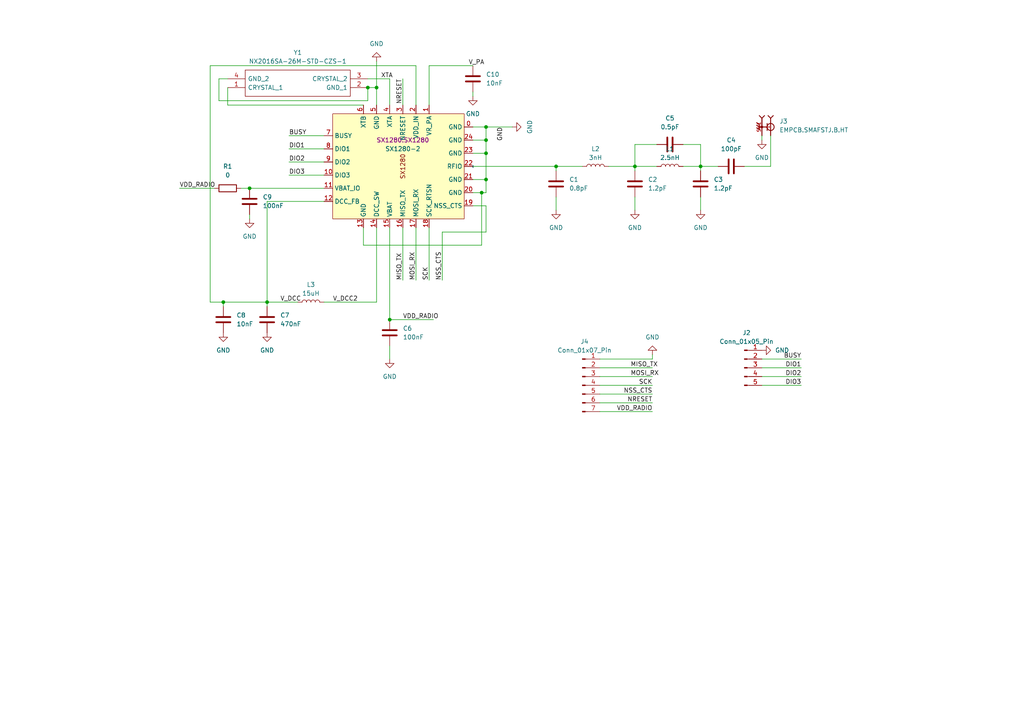
<source format=kicad_sch>
(kicad_sch (version 20230121) (generator eeschema)
  (paper "A4")
  (lib_symbols
    (symbol "Connector:Conn_01x05_Pin" (pin_names (offset 1.016) hide)
      (property "Reference" "J" (at 0 7.62 0))
      (property "Value" "Conn_01x05_Pin" (at 0 -7.62 0))
      (symbol "Conn_01x05_Pin_1_1"
        (polyline (pts (xy 1.27 -5.08) (xy 0.8636 -5.08)) (stroke (width 0.1524)))
        (polyline (pts (xy 1.27 -2.54) (xy 0.8636 -2.54)) (stroke (width 0.1524)))
        (polyline (pts (xy 1.27 0) (xy 0.8636 0)) (stroke (width 0.1524)))
        (polyline (pts (xy 1.27 2.54) (xy 0.8636 2.54)) (stroke (width 0.1524)))
        (polyline (pts (xy 1.27 5.08) (xy 0.8636 5.08)) (stroke (width 0.1524)))
        (rectangle (start 0.8636 -4.953) (end 0 -5.207) (stroke (width 0.1524)) (fill (type outline)))
        (rectangle (start 0.8636 -2.413) (end 0 -2.667) (stroke (width 0.1524)) (fill (type outline)))
        (rectangle (start 0.8636 0.127) (end 0 -0.127) (stroke (width 0.1524)) (fill (type outline)))
        (rectangle (start 0.8636 2.667) (end 0 2.413) (stroke (width 0.1524)) (fill (type outline)))
        (rectangle (start 0.8636 5.207) (end 0 4.953) (stroke (width 0.1524)) (fill (type outline)))
        (pin passive line (at 5.08 5.08 180) (length 3.81) (name "Pin_1") (number "1"))
        (pin passive line (at 5.08 2.54 180) (length 3.81) (name "Pin_2") (number "2"))
        (pin passive line (at 5.08 0 180) (length 3.81) (name "Pin_3") (number "3"))
        (pin passive line (at 5.08 -2.54 180) (length 3.81) (name "Pin_4") (number "4"))
        (pin passive line (at 5.08 -5.08 180) (length 3.81) (name "Pin_5") (number "5"))
      )
    )
    (symbol "Connector:Conn_01x07_Pin" (pin_names (offset 1.016) hide)
      (property "Reference" "J" (at 0 10.16 0))
      (property "Value" "Conn_01x07_Pin" (at 0 -10.16 0))
      (symbol "Conn_01x07_Pin_1_1"
        (polyline (pts (xy 1.27 -7.62) (xy 0.8636 -7.62)) (stroke (width 0.1524)))
        (polyline (pts (xy 1.27 -5.08) (xy 0.8636 -5.08)) (stroke (width 0.1524)))
        (polyline (pts (xy 1.27 -2.54) (xy 0.8636 -2.54)) (stroke (width 0.1524)))
        (polyline (pts (xy 1.27 0) (xy 0.8636 0)) (stroke (width 0.1524)))
        (polyline (pts (xy 1.27 2.54) (xy 0.8636 2.54)) (stroke (width 0.1524)))
        (polyline (pts (xy 1.27 5.08) (xy 0.8636 5.08)) (stroke (width 0.1524)))
        (polyline (pts (xy 1.27 7.62) (xy 0.8636 7.62)) (stroke (width 0.1524)))
        (rectangle (start 0.8636 -7.493) (end 0 -7.747) (stroke (width 0.1524)) (fill (type outline)))
        (rectangle (start 0.8636 -4.953) (end 0 -5.207) (stroke (width 0.1524)) (fill (type outline)))
        (rectangle (start 0.8636 -2.413) (end 0 -2.667) (stroke (width 0.1524)) (fill (type outline)))
        (rectangle (start 0.8636 0.127) (end 0 -0.127) (stroke (width 0.1524)) (fill (type outline)))
        (rectangle (start 0.8636 2.667) (end 0 2.413) (stroke (width 0.1524)) (fill (type outline)))
        (rectangle (start 0.8636 5.207) (end 0 4.953) (stroke (width 0.1524)) (fill (type outline)))
        (rectangle (start 0.8636 7.747) (end 0 7.493) (stroke (width 0.1524)) (fill (type outline)))
        (pin passive line (at 5.08 7.62 180) (length 3.81) (name "Pin_1") (number "1"))
        (pin passive line (at 5.08 5.08 180) (length 3.81) (name "Pin_2") (number "2"))
        (pin passive line (at 5.08 2.54 180) (length 3.81) (name "Pin_3") (number "3"))
        (pin passive line (at 5.08 0 180) (length 3.81) (name "Pin_4") (number "4"))
        (pin passive line (at 5.08 -2.54 180) (length 3.81) (name "Pin_5") (number "5"))
        (pin passive line (at 5.08 -5.08 180) (length 3.81) (name "Pin_6") (number "6"))
        (pin passive line (at 5.08 -7.62 180) (length 3.81) (name "Pin_7") (number "7"))
      )
    )
    (symbol "Device:C" (pin_numbers hide) (pin_names (offset 0.254))
      (property "Reference" "C" (at 0.635 2.54 0))
      (property "Value" "C" (at 0.635 -2.54 0))
      (symbol "C_0_1"
        (polyline (pts (xy -2.032 -0.762) (xy 2.032 -0.762)) (stroke (width 0.508)))
        (polyline (pts (xy -2.032 0.762) (xy 2.032 0.762)) (stroke (width 0.508)))
      )
      (symbol "C_1_1"
        (pin passive line (at 0 3.81 270) (length 2.794) (name "~") (number "1"))
        (pin passive line (at 0 -3.81 90) (length 2.794) (name "~") (number "2"))
      )
    )
    (symbol "Device:L" (pin_numbers hide) (pin_names (offset 1.016) hide)
      (property "Reference" "L" (at -1.27 0 90))
      (property "Value" "L" (at 1.905 0 90))
      (symbol "L_0_1"
        (arc (start 0 -2.54) (mid 0.6323 -1.905) (end 0 -1.27))
        (arc (start 0 -1.27) (mid 0.6323 -0.635) (end 0 0))
        (arc (start 0 0) (mid 0.6323 0.635) (end 0 1.27))
        (arc (start 0 1.27) (mid 0.6323 1.905) (end 0 2.54))
      )
      (symbol "L_1_1"
        (pin passive line (at 0 3.81 270) (length 1.27) (name "1") (number "1"))
        (pin passive line (at 0 -3.81 90) (length 1.27) (name "2") (number "2"))
      )
    )
    (symbol "Device:R" (pin_numbers hide) (pin_names (offset 0))
      (property "Reference" "R" (at 2.032 0 90))
      (property "Value" "R" (at 0 0 90))
      (symbol "R_0_1"
        (rectangle (start -1.016 -2.54) (end 1.016 2.54) (stroke (width 0.254)))
      )
      (symbol "R_1_1"
        (pin passive line (at 0 3.81 270) (length 1.27) (name "~") (number "1"))
        (pin passive line (at 0 -3.81 90) (length 1.27) (name "~") (number "2"))
      )
    )
    (symbol "EMPCB.SMAFSTJ.B.HT:EMPCB.SMAFSTJ.B.HT" (pin_names (offset 1.016))
      (property "Reference" "J" (at -3.8103 4.0644 0))
      (property "Value" "EMPCB.SMAFSTJ.B.HT" (at -4.067 -4.3211 0))
      (symbol "EMPCB.SMAFSTJ.B.HT_0_0"
        (polyline (pts (xy -3.302 -0.762) (xy -2.54 0)) (stroke (width 0.254)))
        (polyline (pts (xy -3.302 0.762) (xy -2.54 0)) (stroke (width 0.254)))
        (polyline (pts (xy -3.302 1.778) (xy -2.54 2.54)) (stroke (width 0.254)))
        (polyline (pts (xy -3.302 3.302) (xy -2.54 2.54)) (stroke (width 0.254)))
        (polyline (pts (xy -2.54 0) (xy 0 0)) (stroke (width 0.254)))
        (polyline (pts (xy -2.54 2.54) (xy 2.54 2.54)) (stroke (width 0.254)))
        (polyline (pts (xy -1.016 1.524) (xy 0 1.524)) (stroke (width 0.254)))
        (polyline (pts (xy -0.762 -0.762) (xy -1.27 -1.524)) (stroke (width 0.254)))
        (polyline (pts (xy 0 -0.762) (xy -0.762 -0.762)) (stroke (width 0.254)))
        (polyline (pts (xy 0 -0.762) (xy -0.508 -1.524)) (stroke (width 0.254)))
        (polyline (pts (xy 0 -0.762) (xy 0.762 -0.762)) (stroke (width 0.254)))
        (polyline (pts (xy 0 0) (xy -2.286 0)) (stroke (width 0.254)))
        (polyline (pts (xy 0 0) (xy 0 -0.762)) (stroke (width 0.254)))
        (polyline (pts (xy 0 1.524) (xy 0 0)) (stroke (width 0.254)))
        (polyline (pts (xy 0 1.524) (xy 1.016 1.524)) (stroke (width 0.254)))
        (polyline (pts (xy 0.762 -0.762) (xy 0.254 -1.524)) (stroke (width 0.254)))
        (polyline (pts (xy 2.54 0) (xy 0 0)) (stroke (width 0.254)))
        (circle (center 0 0) (radius 0.254) (stroke (width 0.254)))
        (circle (center 0 2.54) (radius 1.016) (stroke (width 0.254)))
        (pin passive line (at 2.54 2.54 180) (length 5.08) (name "~") (number "1"))
        (pin passive line (at 2.54 0 180) (length 5.08) (name "~") (number "SH1"))
      )
    )
    (symbol "NX2016SA-26M-STD-CZS-1:NX2016SA-26M-STD-CZS-1" (pin_names (offset 0.762))
      (property "Reference" "Y" (at 36.83 7.62 0))
      (property "Value" "NX2016SA-26M-STD-CZS-1" (at 36.83 5.08 0))
      (symbol "NX2016SA-26M-STD-CZS-1_0_0"
        (pin passive line (at 0 -2.54 0) (length 5.08) (name "CRYSTAL_1") (number "1"))
        (pin passive line (at 40.64 -2.54 180) (length 5.08) (name "GND_1") (number "2"))
        (pin passive line (at 40.64 0 180) (length 5.08) (name "CRYSTAL_2") (number "3"))
        (pin passive line (at 0 0 0) (length 5.08) (name "GND_2") (number "4"))
      )
      (symbol "NX2016SA-26M-STD-CZS-1_0_1"
        (polyline (pts (xy 5.08 2.54) (xy 35.56 2.54) (xy 35.56 -5.08) (xy 5.08 -5.08) (xy 5.08 2.54)) (stroke (width 0.1524)))
      )
    )
    (symbol "SX1280_3"
      (property "Reference" "SX1280-" (at 0 13.97 0))
      (property "Footprint" "SX1280:SX1280" (at 0 2.54 0))
      (symbol "SX1280_3_1_1"
        (rectangle (start -15.24 0) (end 15.24 -38.1) (fill (type background)))
        (text "SX1280\n" (at 0 -17.78 0) (effects (font (size 1.27 1.27))))
        (pin bidirectional line (at -11.43 2.54 270) (length 2.54) (name "GND") (number "0"))
        (pin bidirectional line (at -17.78 -10.16 0) (length 2.54) (name "VR_PA") (number "1"))
        (pin bidirectional line (at 2.54 -40.64 90) (length 2.54) (name "DIO3") (number "10"))
        (pin input line (at 6.35 -40.64 90) (length 2.54) (name "VBAT_IO") (number "11"))
        (pin output line (at 10.16 -40.64 90) (length 2.54) (name "DCC_FB") (number "12"))
        (pin bidirectional line (at 17.78 -29.21 180) (length 2.54) (name "GND") (number "13"))
        (pin input line (at 17.78 -25.4 180) (length 2.54) (name "DCC_SW") (number "14"))
        (pin input line (at 17.78 -21.59 180) (length 2.54) (name "VBAT") (number "15"))
        (pin input line (at 17.78 -17.78 180) (length 2.54) (name "MISO_TX") (number "16"))
        (pin input line (at 17.78 -13.97 180) (length 2.54) (name "MOSI_RX") (number "17"))
        (pin input line (at 17.78 -10.16 180) (length 2.54) (name "SCK_RTSN") (number "18"))
        (pin input line (at 11.43 2.54 270) (length 2.54) (name "NSS_CTS") (number "19"))
        (pin input line (at -17.78 -13.97 0) (length 2.54) (name "VDD_IN") (number "2"))
        (pin bidirectional line (at 7.62 2.54 270) (length 2.54) (name "GND") (number "20"))
        (pin bidirectional line (at 3.81 2.54 270) (length 2.54) (name "GND") (number "21"))
        (pin bidirectional line (at 0 2.54 270) (length 2.54) (name "RFIO") (number "22"))
        (pin bidirectional line (at -3.81 2.54 270) (length 2.54) (name "GND") (number "23"))
        (pin bidirectional line (at -7.62 2.54 270) (length 2.54) (name "GND") (number "24"))
        (pin input line (at -17.78 -17.78 0) (length 2.54) (name "NRESET") (number "3"))
        (pin bidirectional line (at -17.78 -21.59 0) (length 2.54) (name "XTA") (number "4"))
        (pin bidirectional line (at -17.78 -25.4 0) (length 2.54) (name "GND") (number "5"))
        (pin bidirectional line (at -17.78 -29.21 0) (length 2.54) (name "XTB") (number "6"))
        (pin output line (at -8.89 -40.64 90) (length 2.54) (name "BUSY") (number "7"))
        (pin bidirectional line (at -5.08 -40.64 90) (length 2.54) (name "DIO1") (number "8"))
        (pin bidirectional line (at -1.27 -40.64 90) (length 2.54) (name "DIO2") (number "9"))
      )
    )
    (symbol "power:GND" (power) (pin_names (offset 0))
      (property "Value" "GND" (at 0 -3.81 0))
      (symbol "GND_0_1"
        (polyline (pts (xy 0 0) (xy 0 -1.27) (xy 1.27 -1.27) (xy 0 -2.54) (xy -1.27 -1.27) (xy 0 -1.27)))
      )
      (symbol "GND_1_1"
        (pin power_in line (at 0 0 270) (length 0) hide (name "GND") (number "1"))
      )
    )
  )
  (junction (at 140.97 44.45))
  (junction (at 77.47 87.63))
  (junction (at 72.39 54.61))
  (junction (at 140.97 36.83))
  (junction (at 64.77 87.63))
  (junction (at 109.22 25.4))
  (junction (at 140.97 40.64))
  (junction (at 113.03 92.71))
  (junction (at 139.7 55.88))
  (junction (at 161.29 48.26))
  (junction (at 203.2 48.26))
  (junction (at 106.68 25.4))
  (junction (at 140.97 52.07))
  (junction (at 184.15 48.26))
  (wire (pts (xy 220.98 39.37) (xy 220.98 40.64)))
  (wire (pts (xy 173.99 114.3) (xy 189.23 114.3)))
  (wire (pts (xy 83.82 43.18) (xy 93.98 43.18)))
  (wire (pts (xy 140.97 36.83) (xy 140.97 40.64)))
  (wire (pts (xy 83.82 50.8) (xy 93.98 50.8)))
  (wire (pts (xy 137.16 26.67) (xy 137.16 27.94)))
  (wire (pts (xy 105.41 66.04) (xy 105.41 71.12)))
  (wire (pts (xy 128.27 67.31) (xy 128.27 81.28)))
  (wire (pts (xy 66.04 30.48) (xy 105.41 30.48)))
  (wire (pts (xy 69.85 54.61) (xy 72.39 54.61)))
  (wire (pts (xy 120.65 66.04) (xy 120.65 81.28)))
  (wire (pts (xy 184.15 48.26) (xy 190.5 48.26)))
  (wire (pts (xy 64.77 87.63) (xy 60.96 87.63)))
  (wire (pts (xy 223.52 39.37) (xy 223.52 48.26)))
  (wire (pts (xy 72.39 54.61) (xy 93.98 54.61)))
  (wire (pts (xy 60.96 19.05) (xy 120.65 19.05)))
  (wire (pts (xy 184.15 48.26) (xy 184.15 49.53)))
  (wire (pts (xy 198.12 41.91) (xy 203.2 41.91)))
  (wire (pts (xy 140.97 55.88) (xy 140.97 52.07)))
  (wire (pts (xy 168.91 48.26) (xy 161.29 48.26)))
  (wire (pts (xy 77.47 58.42) (xy 77.47 87.63)))
  (wire (pts (xy 140.97 44.45) (xy 137.16 44.45)))
  (wire (pts (xy 161.29 48.26) (xy 161.29 49.53)))
  (wire (pts (xy 52.07 54.61) (xy 62.23 54.61)))
  (wire (pts (xy 83.82 39.37) (xy 93.98 39.37)))
  (wire (pts (xy 124.46 30.48) (xy 124.46 19.05)))
  (wire (pts (xy 113.03 100.33) (xy 113.03 104.14)))
  (wire (pts (xy 93.98 58.42) (xy 77.47 58.42)))
  (wire (pts (xy 116.84 66.04) (xy 116.84 81.28)))
  (wire (pts (xy 190.5 41.91) (xy 184.15 41.91)))
  (wire (pts (xy 66.04 25.4) (xy 66.04 30.48)))
  (wire (pts (xy 203.2 57.15) (xy 203.2 60.96)))
  (wire (pts (xy 184.15 41.91) (xy 184.15 48.26)))
  (wire (pts (xy 113.03 30.48) (xy 113.03 22.86)))
  (wire (pts (xy 139.7 71.12) (xy 139.7 55.88)))
  (wire (pts (xy 215.9 48.26) (xy 223.52 48.26)))
  (wire (pts (xy 77.47 87.63) (xy 77.47 88.9)))
  (wire (pts (xy 173.99 119.38) (xy 189.23 119.38)))
  (wire (pts (xy 203.2 41.91) (xy 203.2 48.26)))
  (wire (pts (xy 72.39 62.23) (xy 72.39 63.5)))
  (wire (pts (xy 124.46 66.04) (xy 124.46 81.28)))
  (wire (pts (xy 106.68 29.21) (xy 106.68 25.4)))
  (wire (pts (xy 137.16 48.26) (xy 161.29 48.26)))
  (wire (pts (xy 184.15 57.15) (xy 184.15 60.96)))
  (wire (pts (xy 137.16 52.07) (xy 140.97 52.07)))
  (wire (pts (xy 120.65 19.05) (xy 120.65 30.48)))
  (wire (pts (xy 140.97 40.64) (xy 137.16 40.64)))
  (wire (pts (xy 124.46 19.05) (xy 137.16 19.05)))
  (wire (pts (xy 64.77 87.63) (xy 64.77 88.9)))
  (wire (pts (xy 140.97 67.31) (xy 128.27 67.31)))
  (wire (pts (xy 176.53 48.26) (xy 184.15 48.26)))
  (wire (pts (xy 220.98 109.22) (xy 232.41 109.22)))
  (wire (pts (xy 140.97 59.69) (xy 140.97 67.31)))
  (wire (pts (xy 113.03 66.04) (xy 113.03 92.71)))
  (wire (pts (xy 83.82 46.99) (xy 93.98 46.99)))
  (wire (pts (xy 116.84 22.86) (xy 116.84 30.48)))
  (wire (pts (xy 161.29 57.15) (xy 161.29 60.96)))
  (wire (pts (xy 63.5 29.21) (xy 106.68 29.21)))
  (wire (pts (xy 77.47 87.63) (xy 86.36 87.63)))
  (wire (pts (xy 113.03 92.71) (xy 125.73 92.71)))
  (wire (pts (xy 106.68 25.4) (xy 109.22 25.4)))
  (wire (pts (xy 220.98 111.76) (xy 232.41 111.76)))
  (wire (pts (xy 109.22 66.04) (xy 109.22 87.63)))
  (wire (pts (xy 60.96 87.63) (xy 60.96 19.05)))
  (wire (pts (xy 105.41 71.12) (xy 139.7 71.12)))
  (wire (pts (xy 203.2 48.26) (xy 208.28 48.26)))
  (wire (pts (xy 63.5 22.86) (xy 63.5 29.21)))
  (wire (pts (xy 109.22 87.63) (xy 93.98 87.63)))
  (wire (pts (xy 140.97 36.83) (xy 137.16 36.83)))
  (wire (pts (xy 137.16 59.69) (xy 140.97 59.69)))
  (wire (pts (xy 189.23 102.87) (xy 189.23 104.14)))
  (wire (pts (xy 140.97 40.64) (xy 140.97 44.45)))
  (wire (pts (xy 64.77 87.63) (xy 77.47 87.63)))
  (wire (pts (xy 109.22 17.78) (xy 109.22 25.4)))
  (wire (pts (xy 148.59 36.83) (xy 140.97 36.83)))
  (wire (pts (xy 173.99 104.14) (xy 189.23 104.14)))
  (wire (pts (xy 220.98 106.68) (xy 232.41 106.68)))
  (wire (pts (xy 198.12 48.26) (xy 203.2 48.26)))
  (wire (pts (xy 173.99 111.76) (xy 189.23 111.76)))
  (wire (pts (xy 137.16 55.88) (xy 139.7 55.88)))
  (wire (pts (xy 220.98 104.14) (xy 232.41 104.14)))
  (wire (pts (xy 203.2 48.26) (xy 203.2 49.53)))
  (wire (pts (xy 113.03 22.86) (xy 106.68 22.86)))
  (wire (pts (xy 140.97 52.07) (xy 140.97 44.45)))
  (wire (pts (xy 173.99 106.68) (xy 189.23 106.68)))
  (wire (pts (xy 173.99 109.22) (xy 189.23 109.22)))
  (wire (pts (xy 109.22 25.4) (xy 109.22 30.48)))
  (wire (pts (xy 139.7 55.88) (xy 140.97 55.88)))
  (wire (pts (xy 173.99 116.84) (xy 189.23 116.84)))
  (wire (pts (xy 66.04 22.86) (xy 63.5 22.86)))
  (label "BUSY" (at 232.41 104.14 180))
  (label "V_PA" (at 135.89 19.05 0))
  (label "NSS_CTS" (at 189.23 114.3 180))
  (label "NRESET" (at 189.23 116.84 180))
  (label "DIO3" (at 232.41 111.76 180))
  (label "V_DCC2" (at 96.52 87.63 0))
  (label "DIO2" (at 232.41 109.22 180))
  (label "MISO_TX" (at 116.84 81.28 90))
  (label "SCK" (at 124.46 81.28 90))
  (label "MISO_TX" (at 182.88 106.68 0))
  (label "VDD_RADIO" (at 116.84 92.71 0))
  (label "DIO2" (at 83.82 46.99 0))
  (label "BUSY" (at 83.82 39.37 0))
  (label "DIO1" (at 232.41 106.68 180))
  (label "DIO3" (at 83.82 50.8 0))
  (label "MOSI_RX" (at 120.65 81.28 90))
  (label "XTA" (at 110.49 22.86 0))
  (label "DIO1" (at 83.82 43.18 0))
  (label "GND" (at 146.05 36.83 270))
  (label "V_DCC" (at 81.28 87.63 0))
  (label "VDD_RADIO" (at 52.07 54.61 0))
  (label "NRESET" (at 116.84 22.86 270))
  (label "MOSI_RX" (at 182.88 109.22 0))
  (label "VDD_RADIO" (at 189.23 119.38 180))
  (label "SCK" (at 189.23 111.76 180))
  (label "NSS_CTS" (at 128.27 81.28 90))
  (symbol (lib_id "Device:C") (at 203.2 53.34 0) (unit 1)
    (property "Reference" "C3" (at 207.01 52.07 0) (effects (justify left)))
    (property "Value" "1.2pF" (at 207.01 54.61 0) (effects (justify left)))
    (property "Footprint" "Capacitor_SMD:C_0402_1005Metric" (effects hide))
  )
  (symbol (lib_id "Device:C") (at 212.09 48.26 90) (unit 1)
    (property "Reference" "C4" (at 212.09 40.64 90))
    (property "Value" "100pF" (at 212.09 43.18 90))
    (property "Footprint" "Capacitor_SMD:C_0402_1005Metric" (effects hide))
  )
  (symbol (lib_id "power:GND") (at 184.15 60.96 0) (unit 1)
    (property "Reference" "#PWR03" (effects hide))
    (property "Value" "GND" (at 184.15 66.04 0))
  )
  (symbol (lib_id "power:GND") (at 148.59 36.83 90) (unit 1)
    (property "Reference" "#PWR01" (effects hide))
    (property "Value" "GND" (at 153.67 36.83 0))
  )
  (symbol (lib_id "Device:C") (at 184.15 53.34 0) (unit 1)
    (property "Reference" "C2" (at 187.96 52.07 0) (effects (justify left)))
    (property "Value" "1.2pF" (at 187.96 54.61 0) (effects (justify left)))
    (property "Footprint" "Capacitor_SMD:C_0402_1005Metric" (effects hide))
  )
  (symbol (lib_id "Device:C") (at 137.16 22.86 0) (unit 1)
    (property "Reference" "C10" (at 140.97 21.59 0) (effects (justify left)))
    (property "Value" "10nF" (at 140.97 24.13 0) (effects (justify left)))
    (property "Footprint" "Capacitor_SMD:C_0402_1005Metric" (effects hide))
  )
  (symbol (lib_id "power:GND") (at 137.16 27.94 0) (unit 1)
    (property "Reference" "#PWR09" (effects hide))
    (property "Value" "GND" (at 137.16 33.02 0))
  )
  (symbol (lib_id "NX2016SA-26M-STD-CZS-1:NX2016SA-26M-STD-CZS-1") (at 66.04 22.86 0) (unit 1)
    (property "Reference" "Y1" (at 86.36 15.24 0))
    (property "Value" "NX2016SA-26M-STD-CZS-1" (at 86.36 17.78 0))
    (property "Footprint" "NX2016SA26MSTDCZS1" (effects hide))
    (property "Datasheet" "https://www.mouser.in/datasheet/2/905/c_NX2016SA_STD_CZS_1_e-1387356.pdf" (effects hide))
    (property "Description" "NDK 26MHz Crystal Unit +/-15ppm SMD 4-Pin 2 x 1.6 x 0.45mm" (effects hide))
    (property "Height" "0.5" (effects hide))
    (property "Mouser Part Number" "344-NX2016SA26MSTZS1" (effects hide))
    (property "Mouser Price/Stock" "https://www.mouser.co.uk/ProductDetail/NDK/NX2016SA-26M-STD-CZS-1?qs=w%2Fv1CP2dgqrS4nh%252B37d6Xg%3D%3D" (effects hide))
    (property "Manufacturer_Name" "NDK" (effects hide))
    (property "Manufacturer_Part_Number" "NX2016SA-26M-STD-CZS-1" (effects hide))
  )
  (symbol (lib_id "Device:C") (at 72.39 58.42 0) (unit 1)
    (property "Reference" "C9" (at 76.2 57.15 0) (effects (justify left)))
    (property "Value" "100nF" (at 76.2 59.69 0) (effects (justify left)))
    (property "Footprint" "Capacitor_SMD:C_0402_1005Metric" (effects hide))
  )
  (symbol (lib_name "SX1280_3") (lib_id "RF_SX1280:SX1280") (at 134.62 48.26 270) (unit 1)
    (property "Reference" "SX1280-2" (at 116.84 43.18 90))
    (property "Value" "~" (at 137.16 48.26 0))
    (property "Footprint" "SX1280:SX1280" (at 116.84 40.64 90))
    (property "Datasheet" "https://www.tme.eu/Document/1042f35a88b6ee421559d19923804032/SX128x.pdf" (effects hide))
  )
  (symbol (lib_id "power:GND") (at 161.29 60.96 0) (unit 1)
    (property "Reference" "#PWR02" (effects hide))
    (property "Value" "GND" (at 161.29 66.04 0))
  )
  (symbol (lib_id "power:GND") (at 109.22 17.78 180) (unit 1)
    (property "Reference" "#PWR010" (effects hide))
    (property "Value" "GND" (at 109.22 12.7 0))
  )
  (symbol (lib_id "Device:C") (at 194.31 41.91 90) (unit 1)
    (property "Reference" "C5" (at 194.31 34.29 90))
    (property "Value" "0.5pF" (at 194.31 36.83 90))
    (property "Footprint" "Capacitor_SMD:C_0402_1005Metric" (effects hide))
  )
  (symbol (lib_id "power:GND") (at 220.98 40.64 0) (unit 1)
    (property "Reference" "#PWR011" (effects hide))
    (property "Value" "GND" (at 220.98 45.72 0))
  )
  (symbol (lib_id "Device:R") (at 66.04 54.61 90) (unit 1)
    (property "Reference" "R1" (at 66.04 48.26 90))
    (property "Value" "0" (at 66.04 50.8 90))
    (property "Footprint" "Resistor_SMD:R_0402_1005Metric" (effects hide))
  )
  (symbol (lib_id "Device:L") (at 172.72 48.26 90) (unit 1)
    (property "Reference" "L2" (at 172.72 43.18 90))
    (property "Value" "3nH" (at 172.72 45.72 90))
    (property "Footprint" "Inductor_SMD:L_0402_1005Metric" (effects hide))
  )
  (symbol (lib_id "power:GND") (at 220.98 101.6 90) (unit 1)
    (property "Reference" "#PWR014" (effects hide))
    (property "Value" "GND" (at 224.79 101.6 90) (effects (justify right)))
  )
  (symbol (lib_id "power:GND") (at 203.2 60.96 0) (unit 1)
    (property "Reference" "#PWR04" (effects hide))
    (property "Value" "GND" (at 203.2 66.04 0))
  )
  (symbol (lib_id "power:GND") (at 64.77 96.52 0) (unit 1)
    (property "Reference" "#PWR06" (effects hide))
    (property "Value" "GND" (at 64.77 101.6 0))
  )
  (symbol (lib_id "Device:C") (at 113.03 96.52 0) (unit 1)
    (property "Reference" "C6" (at 116.84 95.25 0) (effects (justify left)))
    (property "Value" "100nF" (at 116.84 97.79 0) (effects (justify left)))
    (property "Footprint" "Capacitor_SMD:C_0402_1005Metric" (effects hide))
  )
  (symbol (lib_id "Device:L") (at 90.17 87.63 90) (unit 1)
    (property "Reference" "L3" (at 90.17 82.55 90))
    (property "Value" "15uH" (at 90.17 85.09 90))
    (property "Footprint" "Inductor_SMD:L_0805_2012Metric" (effects hide))
  )
  (symbol (lib_id "power:GND") (at 72.39 63.5 0) (unit 1)
    (property "Reference" "#PWR08" (effects hide))
    (property "Value" "GND" (at 72.39 68.58 0))
  )
  (symbol (lib_id "power:GND") (at 113.03 104.14 0) (unit 1)
    (property "Reference" "#PWR05" (effects hide))
    (property "Value" "GND" (at 113.03 109.22 0))
  )
  (symbol (lib_id "Device:C") (at 77.47 92.71 0) (unit 1)
    (property "Reference" "C7" (at 81.28 91.44 0) (effects (justify left)))
    (property "Value" "470nF" (at 81.28 93.98 0) (effects (justify left)))
    (property "Footprint" "Capacitor_SMD:C_0402_1005Metric" (effects hide))
  )
  (symbol (lib_id "EMPCB.SMAFSTJ.B.HT:EMPCB.SMAFSTJ.B.HT") (at 220.98 36.83 270) (unit 1)
    (property "Reference" "J3" (at 226.06 35.179 90) (effects (justify left)))
    (property "Value" "EMPCB.SMAFSTJ.B.HT" (at 226.06 37.719 90) (effects (justify left)))
    (property "Footprint" "EMPCB.SMAFSTJ.B.HT:TAOGLAS_EMPCB.SMAFSTJ.B.HT" (effects hide))
    (property "MANUFACTURER" "TAOGLAS" (effects hide))
    (property "STANDARD" "Manufacturer Recommendation" (effects hide))
  )
  (symbol (lib_id "Device:C") (at 64.77 92.71 0) (unit 1)
    (property "Reference" "C8" (at 68.58 91.44 0) (effects (justify left)))
    (property "Value" "10nF" (at 68.58 93.98 0) (effects (justify left)))
    (property "Footprint" "Capacitor_SMD:C_0402_1005Metric" (effects hide))
  )
  (symbol (lib_id "power:GND") (at 189.23 102.87 180) (unit 1)
    (property "Reference" "#PWR012" (effects hide))
    (property "Value" "GND" (at 189.23 97.79 0))
  )
  (symbol (lib_id "Device:L") (at 194.31 48.26 90) (unit 1)
    (property "Reference" "L1" (at 194.31 43.18 90))
    (property "Value" "2.5nH" (at 194.31 45.72 90))
    (property "Footprint" "Inductor_SMD:L_0402_1005Metric" (effects hide))
  )
  (symbol (lib_id "power:GND") (at 77.47 96.52 0) (unit 1)
    (property "Reference" "#PWR07" (effects hide))
    (property "Value" "GND" (at 77.47 101.6 0))
  )
  (symbol (lib_id "Connector:Conn_01x07_Pin") (at 168.91 111.76 0) (unit 1)
    (property "Reference" "J4" (at 169.545 99.06 0))
    (property "Value" "Conn_01x07_Pin" (at 169.545 101.6 0))
    (property "Footprint" "Connector_PinHeader_2.00mm:PinHeader_1x07_P2.00mm_Vertical" (effects hide))
  )
  (symbol (lib_id "Device:C") (at 161.29 53.34 0) (unit 1)
    (property "Reference" "C1" (at 165.1 52.07 0) (effects (justify left)))
    (property "Value" "0.8pF" (at 165.1 54.61 0) (effects (justify left)))
    (property "Footprint" "Capacitor_SMD:C_0402_1005Metric" (effects hide))
  )
  (symbol (lib_id "Connector:Conn_01x05_Pin") (at 215.9 106.68 0) (unit 1)
    (property "Reference" "J2" (at 216.535 96.52 0))
    (property "Value" "Conn_01x05_Pin" (at 216.535 99.06 0))
    (property "Footprint" "Connector_PinHeader_2.00mm:PinHeader_1x05_P2.00mm_Vertical" (effects hide))
  )
)
</source>
